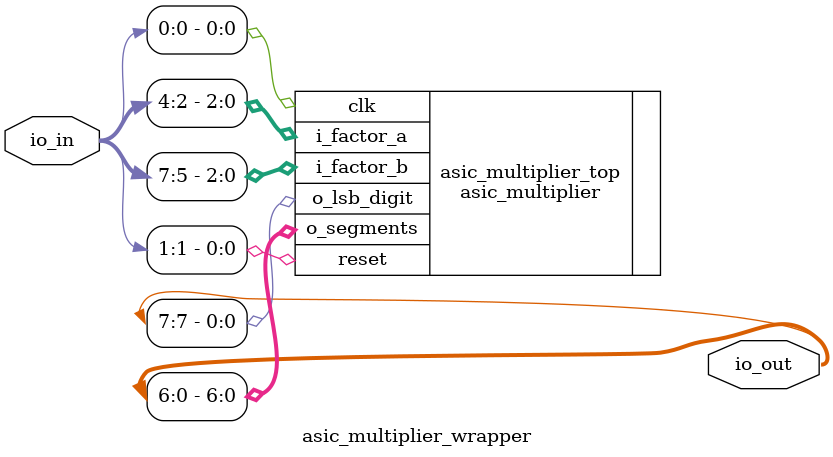
<source format=v>

`default_nettype none

module asic_multiplier_wrapper (
    input  [7:0] io_in ,
    output [7:0] io_out
);

    // Instantiate the multiplier
    asic_multiplier asic_multiplier_top (
        .clk        (io_in[0]   ),
        .reset      (io_in[1]   ),
        .i_factor_a (io_in[4:2] ),
        .i_factor_b (io_in[7:5] ),
        .o_segments (io_out[6:0]),
        .o_lsb_digit(io_out[7]  )
    );

endmodule
</source>
